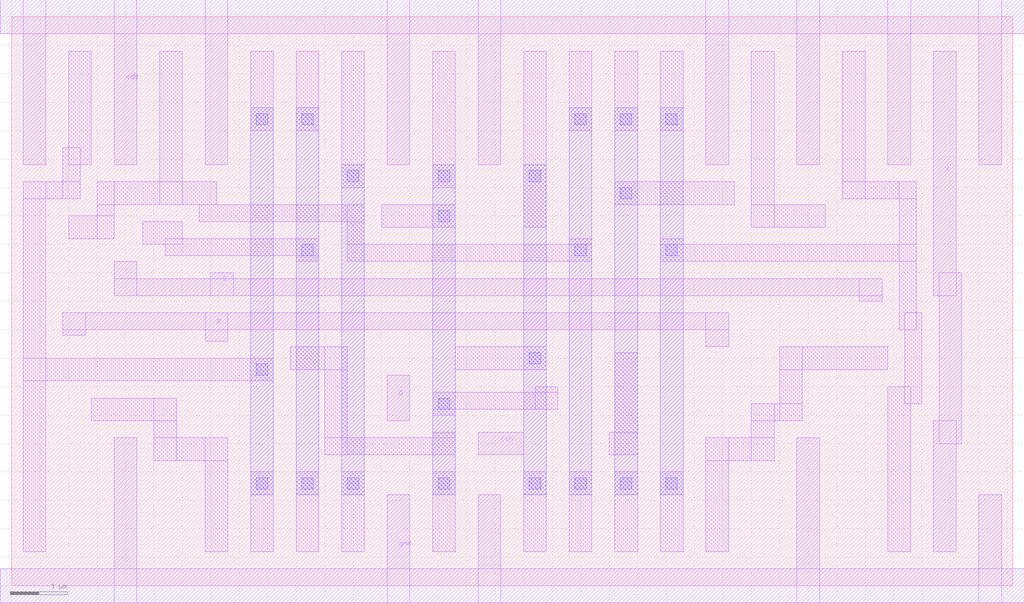
<source format=lef>
VERSION 5.7 ;
BUSBITCHARS "[]" ;
DIVIDERCHAR "/" ;

MACRO AND2X1
  CLASS CORE ;
  ORIGIN 0 0 ;
  FOREIGN AND2X1 0 0 ;
  SIZE 3.2 BY 10 ;
  SYMMETRY X Y ;
  SITE core ;
  PIN A
    DIRECTION INPUT ;
    USE SIGNAL ;
    PORT
      LAYER metal1 ;
        RECT 0.2 3.3 0.6 4.1 ;
    END
  END A
  PIN B
    DIRECTION INPUT ;
    USE SIGNAL ;
    PORT
      LAYER metal1 ;
        RECT 1.3 4.9 1.7 5.7 ;
        RECT 1 5.3 1.7 5.7 ;
    END
  END B
  PIN gnd
    DIRECTION INOUT ;
    USE GROUND ;
    SHAPE ABUTMENT ;
    PORT
      LAYER metal1 ;
        RECT 1.5 -0.3 1.9 2.6 ;
        RECT -0.2 -0.3 3.4 0.3 ;
    END
  END gnd
  PIN Y
    DIRECTION OUTPUT ;
    USE SIGNAL ;
    PORT
      LAYER metal1 ;
        RECT 2.6 6.3 3 6.7 ;
        RECT 2.6 7.4 3 9.4 ;
        RECT 2.7 1.6 3 9.4 ;
        RECT 2.3 0.6 2.7 1.9 ;
    END
  END Y
  PIN vdd
    DIRECTION INOUT ;
    USE POWER ;
    SHAPE ABUTMENT ;
    PORT
      LAYER metal1 ;
        RECT 0.2 7.4 0.6 10.3 ;
        RECT -0.2 9.7 3.4 10.3 ;
        RECT 1.8 7.4 2.2 10.3 ;
    END
  END vdd
  OBS
    LAYER metal1 ;
      RECT 0.2 0.6 0.6 2.6 ;
      RECT 0.3 2.6 1.2 2.9 ;
      RECT 0.9 2.6 1.2 3.3 ;
      RECT 2 2.9 2.4 3.3 ;
      RECT 0.9 3 2.4 3.3 ;
      RECT 2 2.9 2.3 7.1 ;
      RECT 1.1 6.8 2.3 7.1 ;
      RECT 1.1 6.8 1.4 9.4 ;
      RECT 1 7.4 1.4 9.4 ;
  END
END AND2X1

MACRO AND2X2
  CLASS CORE ;
  ORIGIN 0 0 ;
  FOREIGN AND2X2 0 0 ;
  SIZE 3.2 BY 10 ;
  SYMMETRY X Y ;
  SITE core ;
  PIN A
    DIRECTION INPUT ;
    USE SIGNAL ;
    PORT
      LAYER metal1 ;
        RECT 0.2 3.3 0.6 4.1 ;
    END
  END A
  PIN B
    DIRECTION INPUT ;
    USE SIGNAL ;
    PORT
      LAYER metal1 ;
        RECT 1.1 3.6 1.4 4.7 ;
        RECT 1.2 3.5 1.6 3.9 ;
        RECT 1 4.3 1.4 4.7 ;
    END
  END B
  PIN gnd
    DIRECTION INOUT ;
    USE GROUND ;
    SHAPE ABUTMENT ;
    PORT
      LAYER metal1 ;
        RECT 1.5 -0.3 1.9 2.5 ;
        RECT -0.2 -0.3 3.4 0.3 ;
    END
  END gnd
  PIN Y
    DIRECTION OUTPUT ;
    USE SIGNAL ;
    PORT
      LAYER metal1 ;
        RECT 2.6 4.3 3 4.7 ;
        RECT 2.6 5.4 3 9.4 ;
        RECT 2.7 2.1 3 9.4 ;
        RECT 2.3 0.6 2.7 2.6 ;
    END
  END Y
  PIN vdd
    DIRECTION INOUT ;
    USE POWER ;
    SHAPE ABUTMENT ;
    PORT
      LAYER metal1 ;
        RECT 0.2 7.4 0.6 10.3 ;
        RECT -0.2 9.7 3.4 10.3 ;
        RECT 1.8 5.6 2.2 10.3 ;
    END
  END vdd
  OBS
    LAYER metal1 ;
      RECT 0.2 0.6 0.6 2.6 ;
      RECT 0.3 0.6 0.6 3 ;
      RECT 0.3 2.7 1.2 3 ;
      RECT 0.9 2.9 2.4 3.2 ;
      RECT 2 2.9 2.4 3.3 ;
      RECT 2 2.9 2.3 5.3 ;
      RECT 1.1 5 2.3 5.3 ;
      RECT 1.1 5 1.4 9.4 ;
      RECT 1 7.4 1.4 9.4 ;
  END
END AND2X2

MACRO AOI21X1
  CLASS CORE ;
  ORIGIN 0 0 ;
  FOREIGN AOI21X1 0 0 ;
  SIZE 3.2 BY 10 ;
  SYMMETRY X Y ;
  SITE core ;
  PIN A
    DIRECTION INPUT ;
    USE SIGNAL ;
    PORT
      LAYER metal1 ;
        RECT 0.2 4.3 0.6 4.7 ;
        RECT 0.6 4.4 1 4.9 ;
    END
  END A
  PIN B
    DIRECTION INPUT ;
    USE SIGNAL ;
    PORT
      LAYER metal1 ;
        RECT 1 3.3 1.4 4.1 ;
    END
  END B
  PIN C
    DIRECTION INPUT ;
    USE SIGNAL ;
    PORT
      LAYER metal1 ;
        RECT 2.5 1.9 2.9 2.3 ;
        RECT 2.6 2.3 3 2.7 ;
    END
  END C
  PIN gnd
    DIRECTION INOUT ;
    USE GROUND ;
    SHAPE ABUTMENT ;
    PORT
      LAYER metal1 ;
        RECT 0.5 -0.3 0.9 2.6 ;
        RECT -0.2 -0.3 3.4 0.3 ;
        RECT 2.6 -0.3 3 1.6 ;
    END
  END gnd
  PIN Y
    DIRECTION OUTPUT ;
    USE SIGNAL ;
    PORT
      LAYER metal1 ;
        RECT 1.8 0.6 2.1 4.7 ;
        RECT 2.6 5.4 3 9.4 ;
        RECT 1.8 4.4 3 4.7 ;
        RECT 2.6 4.3 3 4.7 ;
        RECT 2.6 4.3 2.9 9.4 ;
        RECT 1.8 0.6 2.2 2.6 ;
    END
  END Y
  PIN vdd
    DIRECTION INOUT ;
    USE POWER ;
    SHAPE ABUTMENT ;
    PORT
      LAYER metal1 ;
        RECT 1 6 1.4 10.3 ;
        RECT -0.2 9.7 3.4 10.3 ;
    END
  END vdd
  OBS
    LAYER metal1 ;
      RECT 0.2 5.4 2.2 5.7 ;
      RECT 0.2 5.4 0.6 9.4 ;
      RECT 1.8 5.4 2.2 9.4 ;
  END
END AOI21X1

MACRO AOI22X1
  CLASS CORE ;
  ORIGIN 0 0 ;
  FOREIGN AOI22X1 0 0 ;
  SIZE 4 BY 10 ;
  SYMMETRY X Y ;
  SITE core ;
  PIN A
    DIRECTION INPUT ;
    USE SIGNAL ;
    PORT
      LAYER metal1 ;
        RECT 0.2 4.3 0.6 4.7 ;
        RECT 0.6 4.4 1 4.9 ;
    END
  END A
  PIN B
    DIRECTION INPUT ;
    USE SIGNAL ;
    PORT
      LAYER metal1 ;
        RECT 1 3.3 1.4 4.1 ;
    END
  END B
  PIN C
    DIRECTION INPUT ;
    USE SIGNAL ;
    PORT
      LAYER metal1 ;
        RECT 3.4 4.3 3.8 5.1 ;
    END
  END C
  PIN D
    DIRECTION INPUT ;
    USE SIGNAL ;
    PORT
      LAYER metal1 ;
        RECT 2.6 3.3 2.9 4.3 ;
        RECT 2.6 3.3 3 3.7 ;
        RECT 2.5 3.9 2.9 4.3 ;
    END
  END D
  PIN gnd
    DIRECTION INOUT ;
    USE GROUND ;
    SHAPE ABUTMENT ;
    PORT
      LAYER metal1 ;
        RECT 0.4 -0.3 0.8 2.6 ;
        RECT -0.2 -0.3 4.2 0.3 ;
        RECT 3.4 -0.3 3.8 2.6 ;
    END
  END gnd
  PIN Y
    DIRECTION OUTPUT ;
    USE SIGNAL ;
    PORT
      LAYER metal1 ;
        RECT 1.8 4.3 2.2 4.7 ;
        RECT 2.6 5.4 3 8.8 ;
        RECT 2.6 4.8 2.9 8.8 ;
        RECT 1.9 4.8 2.9 5.1 ;
        RECT 1.7 0.6 2.5 2.6 ;
        RECT 1.9 0.6 2.2 5.1 ;
    END
  END Y
  PIN vdd
    DIRECTION INOUT ;
    USE POWER ;
    SHAPE ABUTMENT ;
    PORT
      LAYER metal1 ;
        RECT 1 6 1.4 10.3 ;
        RECT -0.2 9.7 4.2 10.3 ;
    END
  END vdd
  OBS
    LAYER metal1 ;
      RECT 0.2 5.4 2.2 5.7 ;
      RECT 1.8 5.4 2.2 9.4 ;
      RECT 0.2 5.4 0.6 9.4 ;
      RECT 3.4 5.4 3.8 9.4 ;
      RECT 1.8 9.1 3.8 9.4 ;
  END
END AOI22X1

MACRO BUFX2
  CLASS CORE ;
  ORIGIN 0 0 ;
  FOREIGN BUFX2 0 0 ;
  SIZE 2.4 BY 10 ;
  SYMMETRY X Y ;
  SITE core ;
  PIN A
    DIRECTION INPUT ;
    USE SIGNAL ;
    PORT
      LAYER metal1 ;
        RECT 0.2 3.9 0.6 4.7 ;
    END
  END A
  PIN gnd
    DIRECTION INOUT ;
    USE GROUND ;
    SHAPE ABUTMENT ;
    PORT
      LAYER metal1 ;
        RECT 1 -0.3 1.4 2.6 ;
        RECT -0.2 -0.3 2.6 0.3 ;
    END
  END gnd
  PIN Y
    DIRECTION OUTPUT ;
    USE SIGNAL ;
    PORT
      LAYER metal1 ;
        RECT 1.8 0.6 2.2 4.3 ;
        RECT 1.8 5.4 2.2 9.4 ;
        RECT 1.9 0.6 2.2 9.4 ;
    END
  END Y
  PIN vdd
    DIRECTION INOUT ;
    USE POWER ;
    SHAPE ABUTMENT ;
    PORT
      LAYER metal1 ;
        RECT 1 6 1.4 10.3 ;
        RECT -0.2 9.7 2.6 10.3 ;
    END
  END vdd
  OBS
    LAYER metal1 ;
      RECT 0.2 0.6 0.6 3.2 ;
      RECT 0.2 2.9 1.3 3.2 ;
      RECT 1 4.7 1.6 5.1 ;
      RECT 1 2.9 1.3 5.7 ;
      RECT 0.2 5.4 1.3 5.7 ;
      RECT 0.2 5.4 0.6 9.4 ;
  END
END BUFX2

MACRO BUFX4
  CLASS CORE ;
  ORIGIN 0 0 ;
  FOREIGN BUFX4 0 0 ;
  SIZE 3.2 BY 10 ;
  SYMMETRY X Y ;
  SITE core ;
  PIN A
    DIRECTION INPUT ;
    USE SIGNAL ;
    PORT
      LAYER metal1 ;
        RECT 0.3 3.9 0.7 4.7 ;
        RECT 0.2 4.3 0.7 4.7 ;
    END
  END A
  PIN gnd
    DIRECTION INOUT ;
    USE GROUND ;
    SHAPE ABUTMENT ;
    PORT
      LAYER metal1 ;
        RECT 1 -0.3 1.4 2.6 ;
        RECT -0.2 -0.3 3.4 0.3 ;
        RECT 2.6 -0.3 3 2.6 ;
    END
  END gnd
  PIN Y
    DIRECTION OUTPUT ;
    USE SIGNAL ;
    PORT
      LAYER metal1 ;
        RECT 1.8 0.6 2.2 2.6 ;
        RECT 2 2.3 2.3 5.9 ;
        RECT 1.8 5.4 2.2 9.4 ;
        RECT 1.8 3.3 2.3 3.7 ;
    END
  END Y
  PIN vdd
    DIRECTION INOUT ;
    USE POWER ;
    SHAPE ABUTMENT ;
    PORT
      LAYER metal1 ;
        RECT 1 6 1.4 10.3 ;
        RECT -0.2 9.7 3.4 10.3 ;
        RECT 2.6 5.4 3 10.3 ;
    END
  END vdd
  OBS
    LAYER metal1 ;
      RECT 0.2 0.6 0.6 3.2 ;
      RECT 0.2 2.9 1.5 3.2 ;
      RECT 1.2 4 1.7 4.4 ;
      RECT 1.2 2.9 1.5 5.7 ;
      RECT 0.2 5.4 1.5 5.7 ;
      RECT 0.2 5.4 0.6 9.4 ;
  END
END BUFX4

MACRO CLKBUF1
  CLASS CORE ;
  ORIGIN 0 0 ;
  FOREIGN CLKBUF1 0 0 ;
  SIZE 7.2 BY 10 ;
  SYMMETRY X Y ;
  SITE core ;
  PIN A
    DIRECTION INPUT ;
    USE SIGNAL ;
    PORT
      LAYER metal1 ;
        RECT 0.2 3.3 0.6 4 ;
        RECT 0.2 3.6 1.1 4 ;
    END
  END A
  PIN gnd
    DIRECTION INOUT ;
    USE GROUND ;
    SHAPE ABUTMENT ;
    PORT
      LAYER metal1 ;
        RECT 0.2 -0.3 0.6 2.6 ;
        RECT -0.2 -0.3 7.4 0.3 ;
        RECT 6.6 -0.3 7 2.6 ;
        RECT 5 -0.3 5.4 2.6 ;
        RECT 3.4 -0.3 3.8 2.6 ;
        RECT 1.8 -0.3 2.2 2.6 ;
    END
  END gnd
  PIN Y
    DIRECTION OUTPUT ;
    USE SIGNAL ;
    PORT
      LAYER metal1 ;
        RECT 5.8 0.6 6.2 3.3 ;
        RECT 5.8 4.7 7 5.1 ;
        RECT 6.6 2.9 7 5.1 ;
        RECT 5.8 2.9 7 3.3 ;
        RECT 5.8 4.7 6.2 9.4 ;
    END
  END Y
  PIN vdd
    DIRECTION INOUT ;
    USE POWER ;
    SHAPE ABUTMENT ;
    PORT
      LAYER metal1 ;
        RECT 0.2 5.4 0.6 10.3 ;
        RECT -0.2 9.7 7.4 10.3 ;
        RECT 6.6 5.4 7 10.3 ;
        RECT 5 5.4 5.4 10.3 ;
        RECT 3.4 5.4 3.8 10.3 ;
        RECT 1.8 5.4 2.2 10.3 ;
    END
  END vdd
  OBS
    LAYER metal1 ;
      RECT 1 0.6 1.4 3.3 ;
      RECT 1 2.9 1.9 3.3 ;
      RECT 1.5 3.6 2.8 4 ;
      RECT 1.5 2.9 1.9 5.1 ;
      RECT 1 4.7 1.9 5.1 ;
      RECT 1 4.7 1.4 9.4 ;
      RECT 2.6 0.6 3 3.3 ;
      RECT 2.6 2.9 3.7 3.3 ;
      RECT 3.3 3.6 4.5 4 ;
      RECT 3.3 2.9 3.7 5.1 ;
      RECT 2.6 4.7 3.7 5.1 ;
      RECT 2.6 4.7 3 9.4 ;
      RECT 4.2 0.6 4.6 3.3 ;
      RECT 4.2 2.9 5.3 3.3 ;
      RECT 4.9 3.6 6.2 4 ;
      RECT 4.9 2.9 5.3 5.1 ;
      RECT 4.2 4.7 5.3 5.1 ;
      RECT 4.2 4.7 4.6 9.4 ;
  END
END CLKBUF1

MACRO CLKBUF2
  CLASS CORE ;
  ORIGIN 0 0 ;
  FOREIGN CLKBUF2 0 0 ;
  SIZE 10.4 BY 10 ;
  SYMMETRY X Y ;
  SITE core ;
  PIN A
    DIRECTION INPUT ;
    USE SIGNAL ;
    PORT
      LAYER metal1 ;
        RECT 0.2 3.3 0.6 4 ;
        RECT 0.2 3.6 1.1 4 ;
    END
  END A
  PIN gnd
    DIRECTION INOUT ;
    USE GROUND ;
    SHAPE ABUTMENT ;
    PORT
      LAYER metal1 ;
        RECT 0.2 -0.3 0.6 2.6 ;
        RECT -0.2 -0.3 10.6 0.3 ;
        RECT 9.8 -0.3 10.2 2.6 ;
        RECT 8.2 -0.3 8.6 2.6 ;
        RECT 6.6 -0.3 7 2.6 ;
        RECT 5 -0.3 5.4 2.6 ;
        RECT 3.4 -0.3 3.8 2.6 ;
        RECT 1.8 -0.3 2.2 2.6 ;
    END
  END gnd
  PIN Y
    DIRECTION OUTPUT ;
    USE SIGNAL ;
    PORT
      LAYER metal1 ;
        RECT 9 0.6 9.4 3.3 ;
        RECT 9 4.7 10.2 5.1 ;
        RECT 9.8 2.9 10.2 5.1 ;
        RECT 9 2.9 10.2 3.3 ;
        RECT 9 4.7 9.4 9.4 ;
    END
  END Y
  PIN vdd
    DIRECTION INOUT ;
    USE POWER ;
    SHAPE ABUTMENT ;
    PORT
      LAYER metal1 ;
        RECT 0.2 5.4 0.6 10.3 ;
        RECT -0.2 9.7 10.6 10.3 ;
        RECT 9.8 5.4 10.2 10.3 ;
        RECT 8.2 5.4 8.6 10.3 ;
        RECT 6.6 5.4 7 10.3 ;
        RECT 5 5.4 5.4 10.3 ;
        RECT 3.4 5.4 3.8 10.3 ;
        RECT 1.8 5.4 2.2 10.3 ;
    END
  END vdd
  OBS
    LAYER metal1 ;
      RECT 1 0.6 1.4 3.3 ;
      RECT 1 2.9 1.9 3.3 ;
      RECT 1.5 3.6 2.8 4 ;
      RECT 1.5 2.9 1.9 5.1 ;
      RECT 1 4.7 1.9 5.1 ;
      RECT 1 4.7 1.4 9.4 ;
      RECT 2.6 0.6 3 3.3 ;
      RECT 2.6 2.9 3.7 3.3 ;
      RECT 3.3 3.6 4.5 4 ;
      RECT 3.3 2.9 3.7 5.1 ;
      RECT 2.6 4.7 3.7 5.1 ;
      RECT 2.6 4.7 3 9.4 ;
      RECT 4.2 0.6 4.6 3.3 ;
      RECT 4.2 2.9 5.3 3.3 ;
      RECT 4.9 3.6 6.2 4 ;
      RECT 4.9 2.9 5.3 5.1 ;
      RECT 4.2 4.7 5.3 5.1 ;
      RECT 4.2 4.7 4.6 9.4 ;
      RECT 5.8 0.6 6.2 3.3 ;
      RECT 5.8 2.9 7 3.3 ;
      RECT 6.6 3.6 7.5 4 ;
      RECT 6.6 2.9 7 5.1 ;
      RECT 5.8 4.7 7 5.1 ;
      RECT 5.8 4.7 6.2 9.4 ;
      RECT 7.4 0.6 7.8 3.3 ;
      RECT 7.4 2.9 8.3 3.3 ;
      RECT 7.9 3.6 9.2 4 ;
      RECT 7.9 2.9 8.3 5.1 ;
      RECT 7.4 4.7 8.3 5.1 ;
      RECT 7.4 4.7 7.8 9.4 ;
  END
END CLKBUF2

MACRO CLKBUF3
  CLASS CORE ;
  ORIGIN 0 0 ;
  FOREIGN CLKBUF3 0 0 ;
  SIZE 13.6 BY 10 ;
  SYMMETRY X Y ;
  SITE core ;
  PIN A
    DIRECTION INPUT ;
    USE SIGNAL ;
    PORT
      LAYER metal1 ;
        RECT 0.2 3.3 0.6 4 ;
        RECT 0.2 3.6 1.1 4 ;
    END
  END A
  PIN gnd
    DIRECTION INOUT ;
    USE GROUND ;
    SHAPE ABUTMENT ;
    PORT
      LAYER metal1 ;
        RECT 0.2 -0.3 0.6 2.6 ;
        RECT -0.2 -0.3 13.8 0.3 ;
        RECT 13 -0.3 13.4 2.6 ;
        RECT 11.4 -0.3 11.8 2.6 ;
        RECT 9.8 -0.3 10.2 2.6 ;
        RECT 8.2 -0.3 8.6 2.6 ;
        RECT 6.6 -0.3 7 2.6 ;
        RECT 5 -0.3 5.4 2.6 ;
        RECT 3.4 -0.3 3.8 2.6 ;
        RECT 1.8 -0.3 2.2 2.6 ;
    END
  END gnd
  PIN Y
    DIRECTION OUTPUT ;
    USE SIGNAL ;
    PORT
      LAYER metal1 ;
        RECT 12.2 0.6 12.6 3.3 ;
        RECT 12.2 4.7 13.4 5.1 ;
        RECT 13 2.9 13.4 5.1 ;
        RECT 12.2 2.9 13.4 3.3 ;
        RECT 12.2 4.7 12.6 9.4 ;
    END
  END Y
  PIN vdd
    DIRECTION INOUT ;
    USE POWER ;
    SHAPE ABUTMENT ;
    PORT
      LAYER metal1 ;
        RECT 0.2 5.4 0.6 10.3 ;
        RECT -0.2 9.7 13.8 10.3 ;
        RECT 13 5.4 13.4 10.3 ;
        RECT 11.4 5.4 11.8 10.3 ;
        RECT 9.8 5.4 10.2 10.3 ;
        RECT 8.2 5.4 8.6 10.3 ;
        RECT 6.6 5.4 7 10.3 ;
        RECT 5 5.4 5.4 10.3 ;
        RECT 3.4 5.4 3.8 10.3 ;
        RECT 1.8 5.4 2.2 10.3 ;
    END
  END vdd
  OBS
    LAYER metal1 ;
      RECT 1 0.6 1.4 3.3 ;
      RECT 1 2.9 1.9 3.3 ;
      RECT 1.5 3.6 2.8 4 ;
      RECT 1.5 2.9 1.9 5.1 ;
      RECT 1 4.7 1.9 5.1 ;
      RECT 1 4.7 1.4 9.4 ;
      RECT 2.6 0.6 3 3.3 ;
      RECT 2.6 2.9 3.7 3.3 ;
      RECT 3.3 3.6 4.5 4 ;
      RECT 3.3 2.9 3.7 5.1 ;
      RECT 2.6 4.7 3.7 5.1 ;
      RECT 2.6 4.7 3 9.4 ;
      RECT 4.2 0.6 4.6 3.3 ;
      RECT 4.2 2.9 5.3 3.3 ;
      RECT 4.9 3.6 6.2 4 ;
      RECT 4.9 2.9 5.3 5.1 ;
      RECT 4.2 4.7 5.3 5.1 ;
      RECT 4.2 4.7 4.6 9.4 ;
      RECT 5.8 0.6 6.2 3.3 ;
      RECT 5.8 2.9 7 3.3 ;
      RECT 6.6 3.6 7.5 4 ;
      RECT 6.6 2.9 7 5.1 ;
      RECT 5.8 4.7 7 5.1 ;
      RECT 5.8 4.7 6.2 9.4 ;
      RECT 7.4 0.6 7.8 3.3 ;
      RECT 7.4 2.9 8.3 3.3 ;
      RECT 7.9 3.6 9.2 4 ;
      RECT 7.9 2.9 8.3 5.1 ;
      RECT 7.4 4.7 8.3 5.1 ;
      RECT 7.4 4.7 7.8 9.4 ;
      RECT 9 0.6 9.4 3.3 ;
      RECT 9 2.9 10.1 3.3 ;
      RECT 9.7 3.6 10.9 4 ;
      RECT 9.7 2.9 10.1 5.1 ;
      RECT 9 4.7 10.1 5.1 ;
      RECT 9 4.7 9.4 9.4 ;
      RECT 10.6 0.6 11 3.3 ;
      RECT 10.6 2.9 11.7 3.3 ;
      RECT 11.3 3.6 12.6 4 ;
      RECT 11.3 2.9 11.7 5.1 ;
      RECT 10.6 4.7 11.7 5.1 ;
      RECT 10.6 4.7 11 9.4 ;
  END
END CLKBUF3

MACRO DFFNEGX1
  CLASS CORE ;
  ORIGIN 0 0 ;
  FOREIGN DFFNEGX1 0 0 ;
  SIZE 9.6 BY 10 ;
  SYMMETRY X Y ;
  SITE core ;
  PIN Q
    DIRECTION OUTPUT ;
    USE SIGNAL ;
    PORT
      LAYER metal1 ;
        RECT 7.3 4.7 7.7 5.1 ;
        RECT 9 0.6 9.4 9.4 ;
        RECT 7.3 4.8 9.4 5.1 ;
        RECT 7.5 2.8 9.4 3.1 ;
        RECT 7.5 2.7 7.9 3.1 ;
    END
  END Q
  PIN CLK
    DIRECTION INPUT ;
    USE CLOCK ;
    PORT
      LAYER metal2 ;
        RECT 2.6 3.4 3 6.7 ;
      LAYER via ;
        RECT 2.7 6.4 2.9 6.6 ;
        RECT 2.7 3.5 2.9 3.7 ;
      LAYER metal1 ;
        RECT 2.6 6.3 3 6.7 ;
        RECT 0.6 3.4 6.4 3.7 ;
        RECT 6 3.3 6.4 3.7 ;
        RECT 2.6 3.4 3 3.8 ;
        RECT 2.1 2.3 2.5 2.7 ;
        RECT 2 2.7 2.4 3.7 ;
        RECT 0.6 3.3 1.4 3.7 ;
        RECT 2.7 6.7 3.1 7.1 ;
    END
  END CLK
  PIN D
    DIRECTION INPUT ;
    USE SIGNAL ;
    PORT
      LAYER metal1 ;
        RECT 1.4 4.2 1.8 4.6 ;
        RECT 3.4 4.3 3.8 4.7 ;
        RECT 1.4 4.3 3.8 4.6 ;
    END
  END D
  PIN gnd
    DIRECTION INOUT ;
    USE GROUND ;
    SHAPE ABUTMENT ;
    PORT
      LAYER metal1 ;
        RECT 1 -0.3 1.4 2.6 ;
        RECT -0.2 -0.3 9.8 0.3 ;
        RECT 8.2 -0.3 8.6 2.5 ;
        RECT 5.4 -0.3 5.8 1.6 ;
        RECT 3.7 -0.3 4.2 1.6 ;
    END
  END gnd
  PIN vdd
    DIRECTION INOUT ;
    USE POWER ;
    SHAPE ABUTMENT ;
    PORT
      LAYER metal1 ;
        RECT 1 5.5 1.4 10.3 ;
        RECT -0.2 9.7 9.8 10.3 ;
        RECT 8.2 5.4 8.6 10.3 ;
        RECT 5.4 7.4 5.8 10.3 ;
        RECT 3.8 7.4 4.2 10.3 ;
    END
  END vdd
  OBS
    LAYER metal2 ;
      RECT 0.2 2.6 0.6 5.4 ;
      RECT 1.8 1.6 2.2 5 ;
      RECT 1.8 1.6 2.1 7.4 ;
      RECT 1.8 5.4 2.2 7.4 ;
      RECT 6.6 1.6 7 5.7 ;
      RECT 6.6 1.6 6.9 7.4 ;
      RECT 6.6 6.1 7 7.4 ;
    LAYER metal1 ;
      RECT 0.2 0.6 0.6 3 ;
      RECT 1.8 7 2.2 7.7 ;
      RECT 1.8 7.4 2.8 7.7 ;
      RECT 2.4 7.4 2.8 9.4 ;
      RECT 2.4 0.6 2.8 1.6 ;
      RECT 1.8 1.3 2.8 1.6 ;
      RECT 1.8 1.3 2.2 2 ;
      RECT 1.8 5.7 4.5 6 ;
      RECT 1.8 5.7 2.2 6.1 ;
      RECT 4.1 5.7 4.5 6.1 ;
      RECT 4.6 0.6 5 1.6 ;
      RECT 4.6 0.6 4.9 2.2 ;
      RECT 3.5 1.9 4.9 2.2 ;
      RECT 3.5 1.9 3.9 2.3 ;
      RECT 3.5 6.7 3.9 7.1 ;
      RECT 4.9 6.7 5.3 7.1 ;
      RECT 3.5 6.8 5.3 7.1 ;
      RECT 4.6 6.8 4.9 9.4 ;
      RECT 4.6 7.4 5 9.4 ;
      RECT 6.6 7 7 7.4 ;
      RECT 6.7 7.4 7.3 9.4 ;
      RECT 0.2 4.9 2.5 5.2 ;
      RECT 2.1 5.1 5.7 5.4 ;
      RECT 5.4 5.1 5.7 6.1 ;
      RECT 5.4 5.7 7.3 6 ;
      RECT 5.4 5.7 5.9 6.1 ;
      RECT 6.9 5.7 7.3 6.1 ;
      RECT 0.2 4.9 0.6 9.4 ;
      RECT 6.7 0.6 7.3 1.6 ;
      RECT 6.6 1.3 7 2 ;
      RECT 6.6 4 7 4.4 ;
      RECT 6.6 4.1 8.5 4.4 ;
      RECT 8.1 4.1 8.5 4.5 ;
    LAYER via ;
      RECT 0.3 5.1 0.5 5.3 ;
      RECT 0.3 2.7 0.5 2.9 ;
      RECT 1.9 7.1 2.1 7.3 ;
      RECT 1.9 5.8 2.1 6 ;
      RECT 1.9 1.7 2.1 1.9 ;
      RECT 6.7 7.1 6.9 7.3 ;
      RECT 6.7 4.1 6.9 4.3 ;
      RECT 6.7 1.7 6.9 1.9 ;
  END
END DFFNEGX1

MACRO DFFPOSX1
  CLASS CORE ;
  ORIGIN 0 0 ;
  FOREIGN DFFPOSX1 0 0 ;
  SIZE 9.6 BY 10 ;
  SYMMETRY X Y ;
  SITE core ;
  PIN Q
    DIRECTION OUTPUT ;
    USE SIGNAL ;
    PORT
      LAYER metal1 ;
        RECT 7.3 4.7 7.7 5.1 ;
        RECT 9 0.6 9.4 9.4 ;
        RECT 7.3 4.8 9.4 5.1 ;
        RECT 7.5 2.8 9.4 3.1 ;
        RECT 7.5 2.7 7.9 3.1 ;
    END
  END Q
  PIN CLK
    DIRECTION INPUT ;
    USE CLOCK ;
    PORT
      LAYER metal1 ;
        RECT 0.6 3.3 1.4 3.7 ;
        RECT 6.7 6.1 7.4 6.5 ;
        RECT 6.7 5.3 7 6.5 ;
        RECT 5.8 5.3 7 5.6 ;
        RECT 5.8 3.4 6.1 5.6 ;
        RECT 5.5 3.3 5.9 3.7 ;
        RECT 0.6 3.4 6.1 3.7 ;
        RECT 2.7 1.9 3 3.7 ;
        RECT 2.6 1.9 3 2.3 ;
        RECT 2.1 3.4 2.5 3.8 ;
    END
  END CLK
  PIN D
    DIRECTION INPUT ;
    USE SIGNAL ;
    PORT
      LAYER metal1 ;
        RECT 1.3 4.2 1.7 4.6 ;
        RECT 3.4 4.3 3.8 4.7 ;
        RECT 1.3 4.3 3.8 4.6 ;
    END
  END D
  PIN gnd
    DIRECTION INOUT ;
    USE GROUND ;
    SHAPE ABUTMENT ;
    PORT
      LAYER metal1 ;
        RECT 1 -0.3 1.4 2.6 ;
        RECT -0.2 -0.3 9.8 0.3 ;
        RECT 8.2 -0.3 8.6 2.5 ;
        RECT 5.4 -0.3 5.8 1.6 ;
        RECT 3.7 -0.3 4.2 1.6 ;
    END
  END gnd
  PIN vdd
    DIRECTION INOUT ;
    USE POWER ;
    SHAPE ABUTMENT ;
    PORT
      LAYER metal1 ;
        RECT 1 5.5 1.4 10.3 ;
        RECT -0.2 9.7 9.8 10.3 ;
        RECT 8.2 5.4 8.6 10.3 ;
        RECT 5.4 7.4 5.8 10.3 ;
        RECT 3.8 7.4 4.2 10.3 ;
    END
  END vdd
  OBS
    LAYER metal2 ;
      RECT 0.2 2.6 0.6 5.4 ;
      RECT 1.8 1.6 2.2 7.4 ;
      RECT 6.6 1.6 7 7.4 ;
    LAYER metal1 ;
      RECT 0.2 0.6 0.6 3 ;
      RECT 1.8 7 2.2 7.7 ;
      RECT 1.8 7.4 2.8 7.7 ;
      RECT 2.4 7.4 2.8 9.4 ;
      RECT 2.4 0.6 2.8 1.6 ;
      RECT 1.8 1.3 2.8 1.6 ;
      RECT 1.8 1.3 2.2 2 ;
      RECT 1.8 5.7 4.5 6 ;
      RECT 1.8 5.7 2.2 6.1 ;
      RECT 4.1 5.7 4.5 6.1 ;
      RECT 4.6 0.6 5 1.6 ;
      RECT 4.6 0.6 4.9 2.2 ;
      RECT 3.5 1.9 4.9 2.2 ;
      RECT 3.5 1.9 3.9 2.3 ;
      RECT 3.5 6.7 3.9 7.1 ;
      RECT 4.9 6.7 5.3 7.1 ;
      RECT 3.5 6.8 5.3 7.1 ;
      RECT 4.6 6.8 4.9 9.4 ;
      RECT 4.6 7.4 5 9.4 ;
      RECT 0.2 5 3.1 5.2 ;
      RECT 0.2 4.9 3 5.2 ;
      RECT 2.7 5.1 5.1 5.4 ;
      RECT 4.8 5.1 5.1 6.3 ;
      RECT 5.5 5.9 5.9 6.3 ;
      RECT 4.8 6 5.9 6.3 ;
      RECT 0.2 4.9 0.6 9.4 ;
      RECT 6.6 7 7 7.4 ;
      RECT 6.7 7.4 7.3 9.4 ;
      RECT 6.7 0.6 7.3 1.6 ;
      RECT 6.6 1.3 7 2 ;
      RECT 6.6 4 7 4.4 ;
      RECT 6.6 4.1 8.5 4.4 ;
      RECT 8.1 4.1 8.5 4.5 ;
    LAYER via ;
      RECT 0.3 5.1 0.5 5.3 ;
      RECT 0.3 2.7 0.5 2.9 ;
      RECT 1.9 7.1 2.1 7.3 ;
      RECT 1.9 5.8 2.1 6 ;
      RECT 1.9 1.7 2.1 1.9 ;
      RECT 6.7 7.1 6.9 7.3 ;
      RECT 6.7 4.1 6.9 4.3 ;
      RECT 6.7 1.7 6.9 1.9 ;
  END
END DFFPOSX1

MACRO DFFSR
  CLASS CORE ;
  ORIGIN 0 0 ;
  FOREIGN DFFSR 0 0 ;
  SIZE 17.6 BY 10 ;
  SYMMETRY X Y ;
  SITE core ;
  PIN Q
    DIRECTION OUTPUT ;
    USE SIGNAL ;
    PORT
      LAYER metal1 ;
        RECT 16.2 0.6 16.6 2.9 ;
        RECT 16.3 2.5 16.7 5.5 ;
        RECT 16.2 5.1 16.6 9.4 ;
    END
  END Q
  PIN CLK
    DIRECTION INPUT ;
    USE CLOCK ;
    PORT
      LAYER metal1 ;
        RECT 8.2 2.3 9 2.7 ;
    END
  END CLK
  PIN R
    DIRECTION INPUT ;
    USE SIGNAL ;
    PORT
      LAYER metal1 ;
        RECT 0.9 4.4 1.3 4.8 ;
        RECT 0.9 4.5 12.6 4.8 ;
        RECT 12.2 4.2 12.6 4.8 ;
        RECT 3.4 4.3 3.8 4.8 ;
    END
  END R
  PIN S
    DIRECTION INPUT ;
    USE SIGNAL ;
    PORT
      LAYER metal1 ;
        RECT 1.8 5.1 2.2 5.7 ;
        RECT 1.8 5.1 15.3 5.4 ;
        RECT 14.9 5 15.3 5.4 ;
        RECT 3.5 5.1 3.9 5.5 ;
    END
  END S
  PIN D
    DIRECTION INPUT ;
    USE SIGNAL ;
    PORT
      LAYER metal1 ;
        RECT 6.6 2.9 7 3.7 ;
    END
  END D
  PIN gnd
    DIRECTION INOUT ;
    USE GROUND ;
    SHAPE ABUTMENT ;
    PORT
      LAYER metal1 ;
        RECT 1.8 -0.3 2.2 2.6 ;
        RECT -0.2 -0.3 17.8 0.3 ;
        RECT 17 -0.3 17.4 1.6 ;
        RECT 13.8 -0.3 14.2 2.6 ;
        RECT 8.2 -0.3 8.6 1.6 ;
        RECT 6.6 -0.3 7 1.6 ;
    END
  END gnd
  PIN vdd
    DIRECTION INOUT ;
    USE POWER ;
    SHAPE ABUTMENT ;
    PORT
      LAYER metal1 ;
        RECT 0.2 7.4 0.6 10.3 ;
        RECT -0.2 9.7 17.8 10.3 ;
        RECT 17 7.4 17.4 10.3 ;
        RECT 15.4 7.4 15.8 10.3 ;
        RECT 13.8 7.4 14.2 10.3 ;
        RECT 12.2 7.4 12.6 10.3 ;
        RECT 8.2 7.4 8.6 10.3 ;
        RECT 6.6 7.4 7 10.3 ;
        RECT 3.4 7.4 3.8 10.3 ;
        RECT 1.8 7.4 2.2 10.3 ;
    END
  END vdd
  OBS
    LAYER metal2 ;
      RECT 4.2 1.6 4.6 8.4 ;
      RECT 5 1.6 5.4 8.4 ;
      RECT 5.8 1.6 6.2 7.4 ;
      RECT 7.4 1.6 7.8 7.4 ;
      RECT 9 1.6 9.4 7.4 ;
      RECT 9.8 1.6 10.2 8.4 ;
      RECT 10.6 1.6 11 8.4 ;
      RECT 11.4 1.6 11.8 8.4 ;
    LAYER metal1 ;
      RECT 3.4 0.6 3.8 2.6 ;
      RECT 2.5 2.2 3.8 2.6 ;
      RECT 2.5 2.2 2.9 3.3 ;
      RECT 1.4 2.9 2.9 3.3 ;
      RECT 4.2 8 4.6 9.4 ;
      RECT 0.2 3.6 4.6 4 ;
      RECT 0.2 0.6 0.6 7.1 ;
      RECT 0.2 6.8 1.2 7.1 ;
      RECT 0.9 6.8 1.2 7.7 ;
      RECT 1 7.4 1.4 9.4 ;
      RECT 4.2 0.6 4.6 2 ;
      RECT 5 8 5.4 9.4 ;
      RECT 2.7 5.8 5.4 6.1 ;
      RECT 5 5.7 5.4 6.1 ;
      RECT 2.3 6 3 6.4 ;
      RECT 5 0.6 5.4 2 ;
      RECT 5.8 7 6.2 9.4 ;
      RECT 5.8 0.6 6.2 2 ;
      RECT 7.4 7 7.8 9.4 ;
      RECT 6.5 6.3 7.8 6.7 ;
      RECT 5.5 2.3 7.8 2.6 ;
      RECT 7.4 2.3 7.8 2.7 ;
      RECT 5.5 2.3 5.9 4.2 ;
      RECT 4.9 3.8 5.9 4.2 ;
      RECT 7.4 0.6 7.8 2 ;
      RECT 9 6.3 9.4 9.4 ;
      RECT 7.8 3.8 9.4 4.2 ;
      RECT 9 0.6 9.4 2 ;
      RECT 7.4 3 7.8 3.4 ;
      RECT 7.4 3.1 9.6 3.4 ;
      RECT 9.2 3.1 9.6 3.5 ;
      RECT 9.8 8 10.2 9.4 ;
      RECT 5.9 5.7 10.2 6 ;
      RECT 9.8 5.7 10.2 6.1 ;
      RECT 1 6.1 1.8 6.5 ;
      RECT 1.5 6.1 1.8 7.1 ;
      RECT 3.3 6.4 6.2 6.7 ;
      RECT 5.9 5.7 6.2 6.7 ;
      RECT 1.5 6.7 3.6 7.1 ;
      RECT 2.6 6.7 3 9.4 ;
      RECT 9.8 0.6 10.2 2 ;
      RECT 10.6 8 11 9.4 ;
      RECT 10.5 2.3 11 2.7 ;
      RECT 10.6 2.3 11 4.1 ;
      RECT 10.6 0.6 11 2 ;
      RECT 11.4 8 11.8 9.4 ;
      RECT 11.4 0.6 11.8 2 ;
      RECT 10.6 6.7 12.7 7.1 ;
      RECT 13 6.3 14.3 6.7 ;
      RECT 13 6.3 13.4 9.4 ;
      RECT 12.2 0.6 12.6 2.6 ;
      RECT 12.2 2.2 13.4 2.6 ;
      RECT 13 2.2 13.4 3.2 ;
      RECT 13 2.9 13.9 3.2 ;
      RECT 13.5 2.9 13.9 4.2 ;
      RECT 13.5 3.8 15.4 4.2 ;
      RECT 15.4 0.6 15.8 3.5 ;
      RECT 15.7 3.2 16 4.8 ;
      RECT 11.4 5.7 15.9 6 ;
      RECT 11.4 5.7 11.8 6.1 ;
      RECT 15.6 4.5 15.9 7.1 ;
      RECT 14.6 6.8 15.9 7.1 ;
      RECT 14.6 6.8 15 9.4 ;
    LAYER via ;
      RECT 4.3 8.1 4.5 8.3 ;
      RECT 4.3 3.7 4.5 3.9 ;
      RECT 4.3 1.7 4.5 1.9 ;
      RECT 5.1 8.1 5.3 8.3 ;
      RECT 5.1 5.8 5.3 6 ;
      RECT 5.1 1.7 5.3 1.9 ;
      RECT 5.9 7.1 6.1 7.3 ;
      RECT 5.9 1.7 6.1 1.9 ;
      RECT 7.5 7.1 7.7 7.3 ;
      RECT 7.5 6.4 7.7 6.6 ;
      RECT 7.5 3.1 7.7 3.3 ;
      RECT 7.5 1.7 7.7 1.9 ;
      RECT 9.1 7.1 9.3 7.3 ;
      RECT 9.1 3.9 9.3 4.1 ;
      RECT 9.1 1.7 9.3 1.9 ;
      RECT 9.9 8.1 10.1 8.3 ;
      RECT 9.9 5.8 10.1 6 ;
      RECT 9.9 1.7 10.1 1.9 ;
      RECT 10.7 8.1 10.9 8.3 ;
      RECT 10.7 6.8 10.9 7 ;
      RECT 10.7 1.7 10.9 1.9 ;
      RECT 11.5 8.1 11.7 8.3 ;
      RECT 11.5 5.8 11.7 6 ;
      RECT 11.5 1.7 11.7 1.9 ;
  END
END DFFSR

MACRO FAX1
  CLASS CORE ;
  ORIGIN 0 0 ;
  FOREIGN FAX1 0 0 ;
  SIZE 12 BY 10 ;
  SYMMETRY X Y ;
  SITE core ;
  PIN YC
    DIRECTION OUTPUT ;
    USE SIGNAL ;
    PORT
      LAYER metal1 ;
        RECT 11.4 0.6 11.8 1.6 ;
        RECT 11.4 7.4 11.8 9.4 ;
        RECT 11.5 0.6 11.8 9.4 ;
        RECT 11.4 3.3 11.8 3.7 ;
    END
  END YC
  PIN YS
    DIRECTION OUTPUT ;
    USE SIGNAL ;
    PORT
      LAYER metal1 ;
        RECT 9.8 0.6 10.2 1.6 ;
        RECT 10.4 2.3 11 2.7 ;
        RECT 9.7 4.6 10.7 4.9 ;
        RECT 10.4 1.9 10.7 4.9 ;
        RECT 9.9 1.9 10.7 2.2 ;
        RECT 9.8 7.4 10.2 9.4 ;
        RECT 9.9 0.6 10.2 2.2 ;
        RECT 9.7 4.6 10 7.7 ;
    END
  END YS
  PIN A
    DIRECTION INPUT ;
    USE SIGNAL ;
    PORT
      LAYER metal1 ;
        RECT 0.3 3 1 3.3 ;
        RECT 8.9 3.4 9.3 3.8 ;
        RECT 8.9 2.8 9.2 3.8 ;
        RECT 3.7 2.8 9.2 3.1 ;
        RECT 0.3 3 4.1 3.2 ;
        RECT 0.6 2.9 9.2 3.1 ;
        RECT 0.2 3.3 0.6 3.7 ;
    END
  END A
  PIN B
    DIRECTION INPUT ;
    USE SIGNAL ;
    PORT
      LAYER metal1 ;
        RECT 1.1 3.6 1.4 4.7 ;
        RECT 8 3.4 8.4 3.8 ;
        RECT 4.7 3.4 8.4 3.7 ;
        RECT 1.1 3.6 5.1 3.8 ;
        RECT 1.4 3.5 8.4 3.7 ;
        RECT 2.9 3.5 3.3 3.9 ;
        RECT 1.1 3.6 1.8 3.9 ;
        RECT 1 4.3 1.4 4.7 ;
    END
  END B
  PIN C
    DIRECTION INPUT ;
    USE SIGNAL ;
    PORT
      LAYER metal1 ;
        RECT 1.8 4.3 2.6 4.7 ;
        RECT 7.2 4 7.6 4.4 ;
        RECT 5.2 4.1 7.6 4.4 ;
        RECT 1.8 4.3 5.9 4.5 ;
        RECT 1.8 4.3 5.5 4.6 ;
    END
  END C
  PIN gnd
    DIRECTION INOUT ;
    USE GROUND ;
    SHAPE ABUTMENT ;
    PORT
      LAYER metal1 ;
        RECT 1 -0.3 1.4 2 ;
        RECT -0.2 -0.3 12.2 0.3 ;
        RECT 10.6 -0.3 11 1.6 ;
        RECT 9 -0.3 9.4 2.5 ;
        RECT 5.5 -0.3 5.9 1.9 ;
        RECT 3.9 -0.3 4.3 2.4 ;
    END
  END gnd
  PIN vdd
    DIRECTION INOUT ;
    USE POWER ;
    SHAPE ABUTMENT ;
    PORT
      LAYER metal1 ;
        RECT 1 6 1.4 10.3 ;
        RECT -0.2 9.7 12.2 10.3 ;
        RECT 10.6 7.4 11 10.3 ;
        RECT 9 4.6 9.4 10.3 ;
        RECT 5.5 6.4 5.9 10.3 ;
        RECT 3.9 5.4 4.3 10.3 ;
    END
  END vdd
  OBS
    LAYER metal2 ;
      RECT 7.2 2.1 7.6 2.5 ;
      RECT 7.3 3.9 10.1 4.2 ;
      RECT 9.7 3.9 10.1 4.3 ;
      RECT 7.3 2.1 7.6 5.1 ;
      RECT 7.2 4.7 7.6 5.1 ;
      RECT 2.6 2.2 3 2.6 ;
      RECT 6 4.8 6.4 5.7 ;
      RECT 10.4 5.3 10.8 5.7 ;
      RECT 2.6 5.4 10.8 5.7 ;
      RECT 2.7 2.2 3 5.8 ;
      RECT 2.6 5.4 3 5.8 ;
    LAYER metal1 ;
      RECT 0.2 5.4 2.2 5.7 ;
      RECT 0.2 5.4 0.6 9.4 ;
      RECT 1.8 5.4 2.2 9.4 ;
      RECT 0.2 0.6 0.6 2.6 ;
      RECT 1.8 0.6 2.2 2.6 ;
      RECT 0.2 2.3 2.2 2.6 ;
      RECT 2.6 5.4 3 9.4 ;
      RECT 2.6 0.6 3 2.6 ;
      RECT 4.7 5.8 6.7 6.1 ;
      RECT 4.7 5.4 5.1 9.4 ;
      RECT 6.3 5.8 6.7 9.4 ;
      RECT 4.7 0.6 5.1 2.5 ;
      RECT 6.3 0.6 6.7 2.5 ;
      RECT 4.7 2.2 6.7 2.5 ;
      RECT 6.4 4.7 6.8 5.1 ;
      RECT 6 4.8 6.4 5.2 ;
      RECT 7.2 4.7 7.6 9.4 ;
      RECT 7.1 5.1 7.6 9.4 ;
      RECT 7.1 0.6 7.6 2.1 ;
      RECT 7.2 0.6 7.6 2.5 ;
      RECT 9.7 3.5 10.1 4.3 ;
      RECT 10.4 5.3 11.2 5.7 ;
    LAYER via ;
      RECT 2.7 5.5 2.9 5.7 ;
      RECT 2.7 2.3 2.9 2.5 ;
      RECT 6.1 4.9 6.3 5.1 ;
      RECT 7.3 4.8 7.5 5 ;
      RECT 7.3 2.2 7.5 2.4 ;
      RECT 9.8 4 10 4.2 ;
      RECT 10.5 5.4 10.7 5.6 ;
  END
END FAX1

MACRO FILL
  CLASS CORE ;
  ORIGIN 0 0 ;
  FOREIGN FILL 0 0 ;
  SIZE 0.8 BY 10 ;
  SYMMETRY X Y ;
  SITE core ;
  PIN gnd
    DIRECTION INOUT ;
    USE GROUND ;
    SHAPE ABUTMENT ;
    PORT
      LAYER metal1 ;
        RECT -0.2 -0.3 1 0.3 ;
    END
  END gnd
  PIN vdd
    DIRECTION INOUT ;
    USE POWER ;
    SHAPE ABUTMENT ;
    PORT
      LAYER metal1 ;
        RECT -0.2 9.7 1 10.3 ;
    END
  END vdd
END FILL

MACRO HAX1
  CLASS CORE ;
  ORIGIN 0 0 ;
  FOREIGN HAX1 0 0 ;
  SIZE 8 BY 10 ;
  SYMMETRY X Y ;
  SITE core ;
  PIN YC
    DIRECTION OUTPUT ;
    USE SIGNAL ;
    PORT
      LAYER metal2 ;
        RECT 2.3 1.6 3 2 ;
        RECT 2.6 4.2 3 4.6 ;
        RECT 2.7 1.6 3 4.6 ;
      LAYER via ;
        RECT 2.4 1.7 2.6 1.9 ;
        RECT 2.7 4.3 2.9 4.5 ;
      LAYER metal1 ;
        RECT 2.3 0.6 2.7 2 ;
        RECT 2.6 4.2 3 9.4 ;
    END
  END YC
  PIN YS
    DIRECTION OUTPUT ;
    USE SIGNAL ;
    PORT
      LAYER metal1 ;
        RECT 6.6 5.3 7 5.7 ;
        RECT 7.1 7.4 7.5 9.4 ;
        RECT 7.2 6.8 7.5 9.4 ;
        RECT 6.7 2 7.5 2.3 ;
        RECT 7.2 0.6 7.5 2.3 ;
        RECT 6.7 6.8 7.5 7.1 ;
        RECT 7.1 0.6 7.5 1.6 ;
        RECT 6.7 2 7 7.1 ;
    END
  END YS
  PIN A
    DIRECTION INPUT ;
    USE SIGNAL ;
    PORT
      LAYER metal1 ;
        RECT 0.2 3 0.6 3.7 ;
        RECT 5 3.3 5.4 3.7 ;
        RECT 4.2 3.3 5.4 3.6 ;
        RECT 0.2 3 4.5 3.3 ;
        RECT 0.4 2.9 0.8 3.3 ;
    END
  END A
  PIN B
    DIRECTION INPUT ;
    USE SIGNAL ;
    PORT
      LAYER metal1 ;
        RECT 1.1 4 1.5 4.3 ;
        RECT 4.2 3.9 4.6 4.3 ;
        RECT 3.6 3.9 4.6 4.2 ;
        RECT 1.2 3.6 3.9 3.9 ;
        RECT 1.2 3.6 1.6 4 ;
        RECT 1 4.3 1.4 4.7 ;
    END
  END B
  PIN gnd
    DIRECTION INOUT ;
    USE GROUND ;
    SHAPE ABUTMENT ;
    PORT
      LAYER metal1 ;
        RECT 0.2 -0.3 0.6 2.6 ;
        RECT -0.2 -0.3 8.2 0.3 ;
        RECT 6.3 -0.3 6.7 1.6 ;
        RECT 3.1 -0.3 3.5 2.5 ;
    END
  END gnd
  PIN vdd
    DIRECTION INOUT ;
    USE POWER ;
    SHAPE ABUTMENT ;
    PORT
      LAYER metal1 ;
        RECT 1 7.6 1.4 10.3 ;
        RECT -0.2 9.7 8.2 10.3 ;
        RECT 6.3 7.4 6.7 10.3 ;
        RECT 5.5 5.4 5.9 10.3 ;
        RECT 3.4 7.4 3.8 10.3 ;
    END
  END vdd
  OBS
    LAYER metal2 ;
      RECT 1.9 2.3 2.3 2.7 ;
      RECT 1.9 2.3 2.2 4.6 ;
      RECT 1.9 4.2 2.3 4.6 ;
    LAYER metal1 ;
      RECT 1.9 4.2 2.3 4.6 ;
      RECT 0.3 7 2.2 7.3 ;
      RECT 0.3 7 0.6 9.4 ;
      RECT 0.2 7.4 0.6 9.4 ;
      RECT 1.9 4.2 2.2 9.4 ;
      RECT 1.8 7 2.2 9.4 ;
      RECT 1.5 0.6 1.9 2.6 ;
      RECT 1.9 2.3 2.8 2.7 ;
      RECT 3.9 0.6 5.9 0.9 ;
      RECT 5.5 0.6 5.9 2.4 ;
      RECT 3.9 0.6 4.3 2.6 ;
      RECT 4.7 1.2 5.1 2.6 ;
      RECT 4.8 1.2 5.1 3 ;
      RECT 4.8 2.7 6.3 3 ;
      RECT 5.7 2.7 6.3 3.1 ;
      RECT 5.7 2.7 6 5.1 ;
      RECT 4.3 4.8 6 5.1 ;
      RECT 4.3 4.8 4.6 9.4 ;
      RECT 4.2 5.4 4.6 9.4 ;
    LAYER via ;
      RECT 2 4.3 2.2 4.5 ;
      RECT 2 2.4 2.2 2.6 ;
  END
END HAX1

MACRO INVX1
  CLASS CORE ;
  ORIGIN 0 0 ;
  FOREIGN INVX1 0 0 ;
  SIZE 1.6 BY 10 ;
  SYMMETRY X Y ;
  SITE core ;
  PIN A
    DIRECTION INPUT ;
    USE SIGNAL ;
    PORT
      LAYER metal1 ;
        RECT 0.2 1.9 0.6 2.7 ;
    END
  END A
  PIN gnd
    DIRECTION INOUT ;
    USE GROUND ;
    SHAPE ABUTMENT ;
    PORT
      LAYER metal1 ;
        RECT 0.2 -0.3 0.6 1.6 ;
        RECT -0.2 -0.3 1.8 0.3 ;
    END
  END gnd
  PIN Y
    DIRECTION OUTPUT ;
    USE SIGNAL ;
    PORT
      LAYER metal1 ;
        RECT 1 0.6 1.4 9.4 ;
    END
  END Y
  PIN vdd
    DIRECTION INOUT ;
    USE POWER ;
    SHAPE ABUTMENT ;
    PORT
      LAYER metal1 ;
        RECT 0.2 7.4 0.6 10.3 ;
        RECT -0.2 9.7 1.8 10.3 ;
    END
  END vdd
END INVX1

MACRO INVX2
  CLASS CORE ;
  ORIGIN 0 0 ;
  FOREIGN INVX2 0 0 ;
  SIZE 1.6 BY 10 ;
  SYMMETRY X Y ;
  SITE core ;
  PIN A
    DIRECTION INPUT ;
    USE SIGNAL ;
    PORT
      LAYER metal1 ;
        RECT 0.2 2.9 0.6 3.7 ;
    END
  END A
  PIN gnd
    DIRECTION INOUT ;
    USE GROUND ;
    SHAPE ABUTMENT ;
    PORT
      LAYER metal1 ;
        RECT 0.2 -0.3 0.6 2.6 ;
        RECT -0.2 -0.3 1.8 0.3 ;
    END
  END gnd
  PIN Y
    DIRECTION OUTPUT ;
    USE SIGNAL ;
    PORT
      LAYER metal1 ;
        RECT 1 0.6 1.4 9.4 ;
    END
  END Y
  PIN vdd
    DIRECTION INOUT ;
    USE POWER ;
    SHAPE ABUTMENT ;
    PORT
      LAYER metal1 ;
        RECT 0.2 5.4 0.6 10.3 ;
        RECT -0.2 9.7 1.8 10.3 ;
    END
  END vdd
END INVX2

MACRO INVX4
  CLASS CORE ;
  ORIGIN 0 0 ;
  FOREIGN INVX4 0 0 ;
  SIZE 2.4 BY 10 ;
  SYMMETRY X Y ;
  SITE core ;
  PIN A
    DIRECTION INPUT ;
    USE SIGNAL ;
    PORT
      LAYER metal1 ;
        RECT 0.2 2.9 0.6 3.7 ;
    END
  END A
  PIN gnd
    DIRECTION INOUT ;
    USE GROUND ;
    SHAPE ABUTMENT ;
    PORT
      LAYER metal1 ;
        RECT 0.2 -0.3 0.6 2.6 ;
        RECT -0.2 -0.3 2.6 0.3 ;
        RECT 1.8 -0.3 2.2 2.6 ;
    END
  END gnd
  PIN Y
    DIRECTION OUTPUT ;
    USE SIGNAL ;
    PORT
      LAYER metal1 ;
        RECT 1 0.6 1.4 9.4 ;
    END
  END Y
  PIN vdd
    DIRECTION INOUT ;
    USE POWER ;
    SHAPE ABUTMENT ;
    PORT
      LAYER metal1 ;
        RECT 0.2 5.4 0.6 10.3 ;
        RECT -0.2 9.7 2.6 10.3 ;
        RECT 1.8 5.4 2.2 10.3 ;
    END
  END vdd
END INVX4

MACRO INVX8
  CLASS CORE ;
  ORIGIN 0 0 ;
  FOREIGN INVX8 0 0 ;
  SIZE 4 BY 10 ;
  SYMMETRY X Y ;
  SITE core ;
  PIN A
    DIRECTION INPUT ;
    USE SIGNAL ;
    PORT
      LAYER metal1 ;
        RECT 0.2 2.9 0.6 3.7 ;
    END
  END A
  PIN gnd
    DIRECTION INOUT ;
    USE GROUND ;
    SHAPE ABUTMENT ;
    PORT
      LAYER metal1 ;
        RECT 0.2 -0.3 0.6 2.6 ;
        RECT -0.2 -0.3 4.2 0.3 ;
        RECT 3.4 -0.3 3.8 2.6 ;
        RECT 1.8 -0.3 2.2 2.6 ;
    END
  END gnd
  PIN Y
    DIRECTION OUTPUT ;
    USE SIGNAL ;
    PORT
      LAYER metal1 ;
        RECT 1 0.6 1.4 3.3 ;
        RECT 2.6 0.6 3 9.4 ;
        RECT 1 4.7 3 5.1 ;
        RECT 1 2.9 3 3.3 ;
        RECT 1 4.7 1.4 9.4 ;
    END
  END Y
  PIN vdd
    DIRECTION INOUT ;
    USE POWER ;
    SHAPE ABUTMENT ;
    PORT
      LAYER metal1 ;
        RECT 0.2 5.4 0.6 10.3 ;
        RECT -0.2 9.7 4.2 10.3 ;
        RECT 3.4 5.4 3.8 10.3 ;
        RECT 1.8 5.4 2.2 10.3 ;
    END
  END vdd
END INVX8

MACRO LATCH
  CLASS CORE ;
  ORIGIN 0 0 ;
  FOREIGN LATCH 0 0 ;
  SIZE 5.6 BY 10 ;
  SYMMETRY X Y ;
  SITE core ;
  PIN Q
    DIRECTION OUTPUT ;
    USE SIGNAL ;
    PORT
      LAYER metal1 ;
        RECT 3.7 3.8 5.4 4.2 ;
        RECT 5 0.6 5.4 9.4 ;
    END
  END Q
  PIN CLK
    DIRECTION INPUT ;
    USE CLOCK ;
    PORT
      LAYER metal1 ;
        RECT 0.6 3.3 1.4 3.7 ;
        RECT 2.9 3.3 3.3 4.1 ;
        RECT 0.6 3.3 3.3 3.6 ;
        RECT 2.2 2.3 2.6 3.6 ;
    END
  END CLK
  PIN D
    DIRECTION INPUT ;
    USE SIGNAL ;
    PORT
      LAYER metal1 ;
        RECT 1.3 4.7 2.2 5.1 ;
        RECT 1.8 4.7 2.2 5.7 ;
    END
  END D
  PIN gnd
    DIRECTION INOUT ;
    USE GROUND ;
    SHAPE ABUTMENT ;
    PORT
      LAYER metal1 ;
        RECT 1 -0.3 1.4 2.6 ;
        RECT -0.2 -0.3 5.8 0.3 ;
        RECT 4.2 -0.3 4.6 2.6 ;
    END
  END gnd
  PIN vdd
    DIRECTION INOUT ;
    USE POWER ;
    SHAPE ABUTMENT ;
    PORT
      LAYER metal1 ;
        RECT 1 5.4 1.4 10.3 ;
        RECT -0.2 9.7 5.8 10.3 ;
        RECT 4.2 5.4 4.6 10.3 ;
    END
  END vdd
  OBS
    LAYER metal2 ;
      RECT 0.2 2.6 0.6 5.4 ;
      RECT 2.6 1.6 3 7.4 ;
    LAYER metal1 ;
      RECT 0.2 4.9 0.6 9.4 ;
      RECT 0.2 0.6 0.6 3 ;
      RECT 0.2 4 2.5 4.3 ;
      RECT 0.2 4 0.6 4.4 ;
      RECT 2.1 4 2.5 4.4 ;
      RECT 2.6 7 3 9.4 ;
      RECT 2.5 7.4 3.1 9.4 ;
      RECT 2.5 0.6 3.1 1.6 ;
      RECT 2.6 0.6 3 2 ;
      RECT 2.6 4.7 4.7 5.1 ;
    LAYER via ;
      RECT 0.3 5.1 0.5 5.3 ;
      RECT 0.3 4.1 0.5 4.3 ;
      RECT 0.3 2.7 0.5 2.9 ;
      RECT 2.7 7.1 2.9 7.3 ;
      RECT 2.7 4.8 2.9 5 ;
      RECT 2.7 1.7 2.9 1.9 ;
  END
END LATCH

MACRO MUX2X1
  CLASS CORE ;
  ORIGIN 0 0 ;
  FOREIGN MUX2X1 0 0 ;
  SIZE 4.8 BY 10 ;
  SYMMETRY X Y ;
  SITE core ;
  PIN A
    DIRECTION INPUT ;
    USE SIGNAL ;
    PORT
      LAYER metal1 ;
        RECT 3.4 4.3 3.8 5.1 ;
    END
  END A
  PIN B
    DIRECTION INPUT ;
    USE SIGNAL ;
    PORT
      LAYER metal1 ;
        RECT 1 3.9 1.4 4.7 ;
    END
  END B
  PIN S
    DIRECTION INPUT ;
    USE SIGNAL ;
    PORT
      LAYER metal1 ;
        RECT 0.2 3.9 0.6 4.7 ;
    END
  END S
  PIN gnd
    DIRECTION INOUT ;
    USE GROUND ;
    SHAPE ABUTMENT ;
    PORT
      LAYER metal1 ;
        RECT 1 -0.3 1.4 2.8 ;
        RECT -0.2 -0.3 5 0.3 ;
        RECT 3.6 -0.3 4 3 ;
    END
  END gnd
  PIN Y
    DIRECTION OUTPUT ;
    USE SIGNAL ;
    PORT
      LAYER metal1 ;
        RECT 2.3 1 2.7 2.8 ;
        RECT 2.8 3.3 3.8 3.7 ;
        RECT 2.3 5.6 3.1 5.9 ;
        RECT 2.8 2.5 3.1 5.9 ;
        RECT 2.7 2.5 3.1 3 ;
        RECT 2.3 5.6 2.7 9.4 ;
    END
  END Y
  PIN vdd
    DIRECTION INOUT ;
    USE POWER ;
    SHAPE ABUTMENT ;
    PORT
      LAYER metal1 ;
        RECT 1 5.6 1.4 10.3 ;
        RECT -0.2 9.7 5 10.3 ;
        RECT 3.6 5.4 4 10.3 ;
    END
  END vdd
  OBS
    LAYER metal1 ;
      RECT 0.2 1 0.6 2 ;
      RECT 0.2 1 0.5 3.4 ;
      RECT 0.2 3.1 2.3 3.4 ;
      RECT 1.8 3.1 2.3 4 ;
      RECT 1.8 3.6 2.5 4 ;
      RECT 1.8 3.1 2.1 5.3 ;
      RECT 0.2 5 2.1 5.3 ;
      RECT 0.2 5 0.5 9 ;
      RECT 0.2 7 0.6 9 ;
  END
END MUX2X1

MACRO NAND2X1
  CLASS CORE ;
  ORIGIN 0 0 ;
  FOREIGN NAND2X1 0 0 ;
  SIZE 2.4 BY 10 ;
  SYMMETRY X Y ;
  SITE core ;
  PIN A
    DIRECTION INPUT ;
    USE SIGNAL ;
    PORT
      LAYER metal1 ;
        RECT 0.2 2.9 0.6 3.7 ;
    END
  END A
  PIN B
    DIRECTION INPUT ;
    USE SIGNAL ;
    PORT
      LAYER metal1 ;
        RECT 1.8 5.3 2.2 6.1 ;
    END
  END B
  PIN gnd
    DIRECTION INOUT ;
    USE GROUND ;
    SHAPE ABUTMENT ;
    PORT
      LAYER metal1 ;
        RECT 0.2 -0.3 0.6 2.6 ;
        RECT -0.2 -0.3 2.6 0.3 ;
    END
  END gnd
  PIN Y
    DIRECTION OUTPUT ;
    USE SIGNAL ;
    PORT
      LAYER metal1 ;
        RECT 1 2.3 1.4 9.4 ;
        RECT 1 2.3 1.9 2.6 ;
        RECT 1.5 0.6 1.9 2.6 ;
    END
  END Y
  PIN vdd
    DIRECTION INOUT ;
    USE POWER ;
    SHAPE ABUTMENT ;
    PORT
      LAYER metal1 ;
        RECT 0.2 7.4 0.6 10.3 ;
        RECT -0.2 9.7 2.6 10.3 ;
        RECT 1.8 7.4 2.2 10.3 ;
    END
  END vdd
END NAND2X1

MACRO NAND3X1
  CLASS CORE ;
  ORIGIN 0 0 ;
  FOREIGN NAND3X1 0 0 ;
  SIZE 3.2 BY 10 ;
  SYMMETRY X Y ;
  SITE core ;
  PIN A
    DIRECTION INPUT ;
    USE SIGNAL ;
    PORT
      LAYER metal1 ;
        RECT 0.2 4.9 0.6 5.7 ;
    END
  END A
  PIN B
    DIRECTION INPUT ;
    USE SIGNAL ;
    PORT
      LAYER metal1 ;
        RECT 1 4.3 1.8 4.7 ;
    END
  END B
  PIN C
    DIRECTION INPUT ;
    USE SIGNAL ;
    PORT
      LAYER metal1 ;
        RECT 1.8 5.9 2.2 6.7 ;
    END
  END C
  PIN gnd
    DIRECTION INOUT ;
    USE GROUND ;
    SHAPE ABUTMENT ;
    PORT
      LAYER metal1 ;
        RECT 0.2 -0.3 0.6 3.6 ;
        RECT -0.2 -0.3 3.4 0.3 ;
    END
  END gnd
  PIN Y
    DIRECTION OUTPUT ;
    USE SIGNAL ;
    PORT
      LAYER metal1 ;
        RECT 1.1 7 1.4 9.4 ;
        RECT 2.6 7.4 3 9.4 ;
        RECT 2.6 5.3 3 5.7 ;
        RECT 2.6 3.4 2.9 9.4 ;
        RECT 1.1 7 2.9 7.3 ;
        RECT 2.1 3.4 2.9 3.7 ;
        RECT 2 0.6 2.4 3.6 ;
        RECT 1 7.4 1.4 9.4 ;
    END
  END Y
  PIN vdd
    DIRECTION INOUT ;
    USE POWER ;
    SHAPE ABUTMENT ;
    PORT
      LAYER metal1 ;
        RECT 0.2 7.4 0.6 10.3 ;
        RECT -0.2 9.7 3.4 10.3 ;
        RECT 1.8 7.6 2.2 10.3 ;
    END
  END vdd
END NAND3X1

MACRO NOR2X1
  CLASS CORE ;
  ORIGIN 0 0 ;
  FOREIGN NOR2X1 0 0 ;
  SIZE 2.4 BY 10 ;
  SYMMETRY X Y ;
  SITE core ;
  PIN A
    DIRECTION INPUT ;
    USE SIGNAL ;
    PORT
      LAYER metal1 ;
        RECT 0.2 1.9 0.6 2.7 ;
    END
  END A
  PIN B
    DIRECTION INPUT ;
    USE SIGNAL ;
    PORT
      LAYER metal1 ;
        RECT 1.8 4.3 2.2 5.1 ;
    END
  END B
  PIN gnd
    DIRECTION INOUT ;
    USE GROUND ;
    SHAPE ABUTMENT ;
    PORT
      LAYER metal1 ;
        RECT 0.2 -0.3 0.6 1.6 ;
        RECT -0.2 -0.3 2.6 0.3 ;
        RECT 1.8 -0.3 2.2 1.6 ;
    END
  END gnd
  PIN Y
    DIRECTION OUTPUT ;
    USE SIGNAL ;
    PORT
      LAYER metal1 ;
        RECT 1 0.6 1.4 1.6 ;
        RECT 1.5 5.4 1.9 9.4 ;
        RECT 1 5.4 1.9 5.8 ;
        RECT 1.1 0.6 1.4 5.8 ;
        RECT 1 3.3 1.4 3.7 ;
    END
  END Y
  PIN vdd
    DIRECTION INOUT ;
    USE POWER ;
    SHAPE ABUTMENT ;
    PORT
      LAYER metal1 ;
        RECT 0.2 5.4 0.6 10.3 ;
        RECT -0.2 9.7 2.6 10.3 ;
    END
  END vdd
END NOR2X1

MACRO NOR3X1
  CLASS CORE ;
  ORIGIN 0 0 ;
  FOREIGN NOR3X1 0 0 ;
  SIZE 6.4 BY 10 ;
  SYMMETRY X Y ;
  SITE core ;
  PIN A
    DIRECTION INPUT ;
    USE SIGNAL ;
    PORT
      LAYER metal1 ;
        RECT 1 2.3 1.9 2.7 ;
    END
  END A
  PIN B
    DIRECTION INPUT ;
    USE SIGNAL ;
    PORT
      LAYER metal1 ;
        RECT 1.8 3.3 2.6 3.7 ;
    END
  END B
  PIN C
    DIRECTION INPUT ;
    USE SIGNAL ;
    PORT
      LAYER metal1 ;
        RECT 2.6 4.3 3.4 4.7 ;
    END
  END C
  PIN gnd
    DIRECTION INOUT ;
    USE GROUND ;
    SHAPE ABUTMENT ;
    PORT
      LAYER metal1 ;
        RECT 1 -0.3 1.4 1.6 ;
        RECT -0.2 -0.3 6.6 0.3 ;
        RECT 2.6 -0.3 3 1.4 ;
    END
  END gnd
  PIN Y
    DIRECTION OUTPUT ;
    USE SIGNAL ;
    PORT
      LAYER metal1 ;
        RECT 1.8 0.6 2.2 1.6 ;
        RECT 5 6 5.4 8.8 ;
        RECT 5 5.3 5.4 5.7 ;
        RECT 5 5.3 5.3 8.8 ;
        RECT 3.7 5.3 5.4 5.6 ;
        RECT 3.7 1.6 4 5.6 ;
        RECT 3.4 0.6 3.8 2 ;
        RECT 2 1.7 4 2 ;
        RECT 2 1.3 2.3 2 ;
    END
  END Y
  PIN vdd
    DIRECTION INOUT ;
    USE POWER ;
    SHAPE ABUTMENT ;
    PORT
      LAYER metal1 ;
        RECT 1 6.4 1.4 10.3 ;
        RECT -0.2 9.7 6.6 10.3 ;
    END
  END vdd
  OBS
    LAYER metal1 ;
      RECT 0.3 5.8 2.1 6.1 ;
      RECT 1.8 5.8 2.1 9.4 ;
      RECT 1.8 6.4 2.2 9.4 ;
      RECT 0.3 5.8 0.6 9.4 ;
      RECT 0.2 6.4 0.6 9.4 ;
      RECT 3.4 6.5 3.8 9.4 ;
      RECT 1.8 9.1 3.8 9.4 ;
      RECT 2.7 5.9 4.5 6.2 ;
      RECT 2.7 5.9 3 8.8 ;
      RECT 2.6 6.4 3 8.8 ;
      RECT 4.2 6 4.6 9 ;
      RECT 5.8 6 6.2 9 ;
      RECT 4.3 6 4.6 9.4 ;
      RECT 5.8 6 6.1 9.4 ;
      RECT 4.3 9.1 6.1 9.4 ;
  END
END NOR3X1

MACRO OAI21X1
  CLASS CORE ;
  ORIGIN 0 0 ;
  FOREIGN OAI21X1 0 0 ;
  SIZE 3.2 BY 10 ;
  SYMMETRY X Y ;
  SITE core ;
  PIN A
    DIRECTION INPUT ;
    USE SIGNAL ;
    PORT
      LAYER metal1 ;
        RECT 0.2 3.3 0.6 3.7 ;
        RECT 0.6 3.1 1 3.6 ;
    END
  END A
  PIN B
    DIRECTION INPUT ;
    USE SIGNAL ;
    PORT
      LAYER metal1 ;
        RECT 1 3.9 1.4 4.7 ;
    END
  END B
  PIN C
    DIRECTION INPUT ;
    USE SIGNAL ;
    PORT
      LAYER metal1 ;
        RECT 2.3 5.4 2.6 6.7 ;
        RECT 2.6 5.3 3 5.7 ;
        RECT 2.2 6.3 2.6 6.7 ;
    END
  END C
  PIN gnd
    DIRECTION INOUT ;
    USE GROUND ;
    SHAPE ABUTMENT ;
    PORT
      LAYER metal1 ;
        RECT 1 -0.3 1.4 2.2 ;
        RECT -0.2 -0.3 3.4 0.3 ;
    END
  END gnd
  PIN Y
    DIRECTION OUTPUT ;
    USE SIGNAL ;
    PORT
      LAYER metal1 ;
        RECT 1.5 5.4 1.9 9.4 ;
        RECT 1.7 3.3 3 3.7 ;
        RECT 2.6 0.6 3 2.6 ;
        RECT 2.6 0.6 2.9 3.7 ;
        RECT 1.7 3.3 2 5.7 ;
    END
  END Y
  PIN vdd
    DIRECTION INOUT ;
    USE POWER ;
    SHAPE ABUTMENT ;
    PORT
      LAYER metal1 ;
        RECT 0.2 5.4 0.6 10.3 ;
        RECT -0.2 9.7 3.4 10.3 ;
        RECT 2.3 7.4 2.7 10.3 ;
    END
  END vdd
  OBS
    LAYER metal1 ;
      RECT 0.2 0.6 0.6 2.6 ;
      RECT 1.8 0.6 2.2 2.6 ;
      RECT 0.3 2.5 2.1 2.8 ;
  END
END OAI21X1

MACRO OAI22X1
  CLASS CORE ;
  ORIGIN 0 0 ;
  FOREIGN OAI22X1 0 0 ;
  SIZE 4 BY 10 ;
  SYMMETRY X Y ;
  SITE core ;
  PIN A
    DIRECTION INPUT ;
    USE SIGNAL ;
    PORT
      LAYER metal1 ;
        RECT 0.2 3.3 0.6 3.7 ;
        RECT 0.6 3.1 1 3.6 ;
    END
  END A
  PIN B
    DIRECTION INPUT ;
    USE SIGNAL ;
    PORT
      LAYER metal1 ;
        RECT 1 3.9 1.4 4.7 ;
    END
  END B
  PIN C
    DIRECTION INPUT ;
    USE SIGNAL ;
    PORT
      LAYER metal1 ;
        RECT 3.4 3.3 3.8 4.1 ;
    END
  END C
  PIN D
    DIRECTION INPUT ;
    USE SIGNAL ;
    PORT
      LAYER metal1 ;
        RECT 2.6 3.9 3 4.7 ;
    END
  END D
  PIN gnd
    DIRECTION INOUT ;
    USE GROUND ;
    SHAPE ABUTMENT ;
    PORT
      LAYER metal1 ;
        RECT 1 -0.3 1.4 2.2 ;
        RECT -0.2 -0.3 4.2 0.3 ;
    END
  END gnd
  PIN Y
    DIRECTION OUTPUT ;
    USE SIGNAL ;
    PORT
      LAYER metal1 ;
        RECT 1.8 3.3 2.1 9.4 ;
        RECT 1.8 3.3 3 3.6 ;
        RECT 2.7 1.2 3 3.6 ;
        RECT 2.6 1.2 3 2.6 ;
        RECT 1.5 5.4 2.5 9.4 ;
        RECT 1.8 3.3 2.2 3.7 ;
    END
  END Y
  PIN vdd
    DIRECTION INOUT ;
    USE POWER ;
    SHAPE ABUTMENT ;
    PORT
      LAYER metal1 ;
        RECT 0.2 5.4 0.6 10.3 ;
        RECT -0.2 9.7 4.2 10.3 ;
        RECT 3.4 5.4 3.8 10.3 ;
    END
  END vdd
  OBS
    LAYER metal1 ;
      RECT 1.8 0.6 3.8 0.9 ;
      RECT 0.2 0.6 0.6 2.6 ;
      RECT 1.8 0.6 2.2 2.6 ;
      RECT 3.4 0.6 3.8 2.6 ;
      RECT 0.3 2.5 2.1 2.8 ;
  END
END OAI22X1

MACRO OR2X1
  CLASS CORE ;
  ORIGIN 0 0 ;
  FOREIGN OR2X1 0 0 ;
  SIZE 3.2 BY 10 ;
  SYMMETRY X Y ;
  SITE core ;
  PIN A
    DIRECTION INPUT ;
    USE SIGNAL ;
    PORT
      LAYER metal1 ;
        RECT 0.2 1.9 0.6 2.7 ;
    END
  END A
  PIN B
    DIRECTION INPUT ;
    USE SIGNAL ;
    PORT
      LAYER metal1 ;
        RECT 1 3.3 1.4 3.7 ;
        RECT 1.1 2.9 1.8 3.3 ;
    END
  END B
  PIN gnd
    DIRECTION INOUT ;
    USE GROUND ;
    SHAPE ABUTMENT ;
    PORT
      LAYER metal1 ;
        RECT 0.2 -0.3 0.6 1.6 ;
        RECT -0.2 -0.3 3.4 0.3 ;
        RECT 1.8 -0.3 2.2 1.6 ;
    END
  END gnd
  PIN Y
    DIRECTION OUTPUT ;
    USE SIGNAL ;
    PORT
      LAYER metal1 ;
        RECT 2.6 0.6 3 1.6 ;
        RECT 2.7 0.6 3 7.4 ;
        RECT 2.3 7.4 2.7 9.4 ;
        RECT 2.4 7.1 3 7.4 ;
        RECT 2.6 4.3 3 4.7 ;
    END
  END Y
  PIN vdd
    DIRECTION INOUT ;
    USE POWER ;
    SHAPE ABUTMENT ;
    PORT
      LAYER metal1 ;
        RECT 1.5 5.4 1.9 10.3 ;
        RECT -0.2 9.7 3.4 10.3 ;
    END
  END vdd
  OBS
    LAYER metal1 ;
      RECT 1 0.6 1.4 1.6 ;
      RECT 1.1 0.6 1.4 2.4 ;
      RECT 1.1 2.1 2.4 2.4 ;
      RECT 2.1 2.1 2.4 3.9 ;
      RECT 1.9 3.6 2.2 5.1 ;
      RECT 1.9 4.7 2.3 5.1 ;
      RECT 0.2 4.8 2.3 5.1 ;
      RECT 0.2 4.8 0.6 9.4 ;
  END
END OR2X1

MACRO OR2X2
  CLASS CORE ;
  ORIGIN 0 0 ;
  FOREIGN OR2X2 0 0 ;
  SIZE 3.2 BY 10 ;
  SYMMETRY X Y ;
  SITE core ;
  PIN A
    DIRECTION INPUT ;
    USE SIGNAL ;
    PORT
      LAYER metal1 ;
        RECT 0.2 1.9 0.6 2.7 ;
    END
  END A
  PIN B
    DIRECTION INPUT ;
    USE SIGNAL ;
    PORT
      LAYER metal1 ;
        RECT 1 3.3 1.5 3.7 ;
        RECT 1.2 3.7 1.6 4.1 ;
    END
  END B
  PIN gnd
    DIRECTION INOUT ;
    USE GROUND ;
    SHAPE ABUTMENT ;
    PORT
      LAYER metal1 ;
        RECT 0.2 -0.3 0.6 1.6 ;
        RECT -0.2 -0.3 3.4 0.3 ;
        RECT 1.8 -0.3 2.2 2.4 ;
    END
  END gnd
  PIN Y
    DIRECTION OUTPUT ;
    USE SIGNAL ;
    PORT
      LAYER metal1 ;
        RECT 2.6 0.6 3 2.6 ;
        RECT 2.7 0.6 3 5.7 ;
        RECT 2.3 5.4 2.7 9.4 ;
        RECT 2.6 4.3 3 4.7 ;
    END
  END Y
  PIN vdd
    DIRECTION INOUT ;
    USE POWER ;
    SHAPE ABUTMENT ;
    PORT
      LAYER metal1 ;
        RECT 1.5 5.4 1.9 10.3 ;
        RECT -0.2 9.7 3.4 10.3 ;
    END
  END vdd
  OBS
    LAYER metal1 ;
      RECT 1 0.6 1.4 1.6 ;
      RECT 1.1 0.6 1.4 3 ;
      RECT 1.1 2.7 2.3 3 ;
      RECT 1.9 4.5 2.3 4.9 ;
      RECT 2 2.7 2.3 4.9 ;
      RECT 0.2 4.8 2.2 5.1 ;
      RECT 0.2 4.8 0.6 9.4 ;
  END
END OR2X2

MACRO TBUFX1
  CLASS CORE ;
  ORIGIN 0 0 ;
  FOREIGN TBUFX1 0 0 ;
  SIZE 4 BY 10 ;
  SYMMETRY X Y ;
  SITE core ;
  PIN A
    DIRECTION INPUT ;
    USE SIGNAL ;
    PORT
      LAYER metal1 ;
        RECT 3 3.3 3.8 3.7 ;
    END
  END A
  PIN EN
    DIRECTION INPUT ;
    USE SIGNAL ;
    PORT
      LAYER metal1 ;
        RECT 0.2 6.3 1 6.7 ;
    END
  END EN
  PIN gnd
    DIRECTION INOUT ;
    USE GROUND ;
    SHAPE ABUTMENT ;
    PORT
      LAYER metal1 ;
        RECT 0.2 -0.3 0.6 1.6 ;
        RECT -0.2 -0.3 4.2 0.3 ;
        RECT 3.2 -0.3 3.6 2.6 ;
    END
  END gnd
  PIN Y
    DIRECTION OUTPUT TRISTATE ;
    USE SIGNAL ;
    PORT
      LAYER metal1 ;
        RECT 1.9 0.6 2.3 2.6 ;
        RECT 1.9 5.4 2.3 9.4 ;
        RECT 2 0.6 2.3 9.4 ;
        RECT 1.8 4.3 2.3 4.7 ;
    END
  END Y
  PIN vdd
    DIRECTION INOUT ;
    USE POWER ;
    SHAPE ABUTMENT ;
    PORT
      LAYER metal1 ;
        RECT 0.2 7.4 0.6 10.3 ;
        RECT -0.2 9.7 4.2 10.3 ;
        RECT 3.2 5.4 3.6 10.3 ;
    END
  END vdd
  OBS
    LAYER metal1 ;
      RECT 1 0.6 1.4 1.6 ;
      RECT 1.3 3.3 1.7 3.7 ;
      RECT 1.3 1.2 1.6 4 ;
      RECT 1.2 3.7 1.5 5.3 ;
      RECT 1.3 5 1.6 7.7 ;
      RECT 1 7.4 1.4 9.4 ;
  END
END TBUFX1

MACRO TBUFX2
  CLASS CORE ;
  ORIGIN 0 0 ;
  FOREIGN TBUFX2 0 0 ;
  SIZE 5.6 BY 10 ;
  SYMMETRY X Y ;
  SITE core ;
  PIN A
    DIRECTION INPUT ;
    USE SIGNAL ;
    PORT
      LAYER metal1 ;
        RECT 4.5 3.3 5.4 3.7 ;
    END
  END A
  PIN EN
    DIRECTION INPUT ;
    USE SIGNAL ;
    PORT
      LAYER metal1 ;
        RECT 0.2 2.9 0.5 5.1 ;
        RECT 0.2 2.9 0.7 3.3 ;
        RECT 0.2 4.3 0.6 5.1 ;
    END
  END EN
  PIN gnd
    DIRECTION INOUT ;
    USE GROUND ;
    SHAPE ABUTMENT ;
    PORT
      LAYER metal1 ;
        RECT 0.2 -0.3 0.6 2.6 ;
        RECT -0.2 -0.3 5.8 0.3 ;
        RECT 4.2 -0.3 4.6 2.3 ;
    END
  END gnd
  PIN Y
    DIRECTION OUTPUT TRISTATE ;
    USE SIGNAL ;
    PORT
      LAYER metal1 ;
        RECT 2.6 1.2 2.9 8.8 ;
        RECT 2.6 5.4 3 8.8 ;
        RECT 2.6 4.3 3 4.7 ;
        RECT 2.6 1.2 3 2.6 ;
    END
  END Y
  PIN vdd
    DIRECTION INOUT ;
    USE POWER ;
    SHAPE ABUTMENT ;
    PORT
      LAYER metal1 ;
        RECT 0.2 5.4 0.6 10.3 ;
        RECT -0.2 9.7 5.8 10.3 ;
        RECT 4.2 6.1 4.6 10.3 ;
    END
  END vdd
  OBS
    LAYER metal1 ;
      RECT 1 0.6 1.4 2.6 ;
      RECT 1 4.1 1.4 4.5 ;
      RECT 1 0.6 1.3 9.4 ;
      RECT 1 5.4 1.4 9.4 ;
      RECT 3.4 5.4 5.4 5.8 ;
      RECT 1.8 5.4 2.2 9.4 ;
      RECT 3.4 5.4 3.8 9.4 ;
      RECT 1.8 9.1 3.8 9.4 ;
      RECT 5 5.4 5.4 9.4 ;
      RECT 1.8 0.6 3.8 0.9 ;
      RECT 5 0.6 5.4 2.3 ;
      RECT 3.4 0.6 3.8 2.9 ;
      RECT 1.8 0.6 2.2 2.6 ;
      RECT 5.1 0.6 5.4 2.9 ;
      RECT 3.4 2.6 5.4 2.9 ;
  END
END TBUFX2

MACRO XNOR2X1
  CLASS CORE ;
  ORIGIN 0 0 ;
  FOREIGN XNOR2X1 0 0 ;
  SIZE 5.6 BY 10 ;
  SYMMETRY X Y ;
  SITE core ;
  PIN A
    DIRECTION INPUT ;
    USE SIGNAL ;
    PORT
      LAYER metal2 ;
        RECT 1.8 2.7 2.2 3.1 ;
        RECT 3.5 2.7 3.9 3.1 ;
        RECT 1.8 2.7 3.9 3 ;
      LAYER via ;
        RECT 1.9 2.8 2.1 3 ;
        RECT 3.6 2.8 3.8 3 ;
      LAYER metal1 ;
        RECT 0.2 3.3 1 3.7 ;
        RECT 3.6 3.3 4 3.7 ;
        RECT 3.6 2.7 3.9 3.7 ;
        RECT 3.5 2.7 3.9 3.1 ;
        RECT 1.8 2.7 2.6 3.1 ;
        RECT 0.2 3.3 1.9 3.6 ;
        RECT 1.6 2.8 1.9 3.6 ;
    END
  END A
  PIN B
    DIRECTION INPUT ;
    USE SIGNAL ;
    PORT
      LAYER metal1 ;
        RECT 4.6 3.3 5.4 3.7 ;
    END
  END B
  PIN gnd
    DIRECTION INOUT ;
    USE GROUND ;
    SHAPE ABUTMENT ;
    PORT
      LAYER metal1 ;
        RECT 1.1 -0.3 1.5 2.3 ;
        RECT -0.2 -0.3 5.8 0.3 ;
        RECT 4.1 -0.3 4.6 2.3 ;
        RECT 1 0.6 1.5 2.3 ;
    END
  END gnd
  PIN Y
    DIRECTION OUTPUT ;
    USE SIGNAL ;
    PORT
      LAYER metal1 ;
        RECT 2.4 0.6 3.2 2.4 ;
        RECT 3.1 4.3 3.8 4.7 ;
        RECT 3.1 4.1 3.4 5.7 ;
        RECT 2.4 5.4 3.2 9.4 ;
        RECT 2.9 0.6 3.2 4.4 ;
    END
  END Y
  PIN vdd
    DIRECTION INOUT ;
    USE POWER ;
    SHAPE ABUTMENT ;
    PORT
      LAYER metal1 ;
        RECT 1 6.1 1.5 9.4 ;
        RECT -0.2 9.7 5.8 10.3 ;
        RECT 4.1 6.1 4.6 10.3 ;
        RECT 1.1 6.1 1.5 10.3 ;
    END
  END vdd
  OBS
    LAYER metal2 ;
      RECT 0.9 2.6 1.3 3 ;
      RECT 0.9 2.6 1.2 5.8 ;
      RECT 0.9 5.4 1.3 5.8 ;
      RECT 4.2 2.6 4.6 3 ;
      RECT 2.2 3.4 4.6 3.7 ;
      RECT 2.2 3.4 2.6 3.8 ;
      RECT 4.3 2.6 4.6 5.8 ;
      RECT 4.2 5.4 4.6 5.8 ;
    LAYER metal1 ;
      RECT 0.2 0.6 0.6 2.9 ;
      RECT 0.2 2.6 1.3 2.9 ;
      RECT 0.9 2.6 1.3 3 ;
      RECT 2.2 3.4 2.6 3.8 ;
      RECT 2.2 3.4 2.5 4.4 ;
      RECT 1.2 4.1 2.5 4.4 ;
      RECT 1.2 4.1 1.6 4.5 ;
      RECT 2.3 4.7 2.7 5.1 ;
      RECT 1 4.8 2.7 5.1 ;
      RECT 0.2 5.4 1.3 5.7 ;
      RECT 1 4.8 1.3 5.8 ;
      RECT 0.9 5.4 1.3 5.8 ;
      RECT 0.2 5.4 0.6 9.4 ;
      RECT 4.2 5.4 5.4 5.7 ;
      RECT 4.2 5.4 4.6 5.8 ;
      RECT 5 5.4 5.4 9.4 ;
      RECT 5 0.6 5.4 2.9 ;
      RECT 4.2 2.6 5.4 2.9 ;
      RECT 4.2 2.6 4.6 3 ;
    LAYER via ;
      RECT 1 5.5 1.2 5.7 ;
      RECT 1 2.7 1.2 2.9 ;
      RECT 2.3 3.5 2.5 3.7 ;
      RECT 4.3 5.5 4.5 5.7 ;
      RECT 4.3 2.7 4.5 2.9 ;
  END
END XNOR2X1

MACRO XOR2X1
  CLASS CORE ;
  ORIGIN 0 0 ;
  FOREIGN XOR2X1 0 0 ;
  SIZE 5.6 BY 10 ;
  SYMMETRY X Y ;
  SITE core ;
  PIN A
    DIRECTION INPUT ;
    USE SIGNAL ;
    PORT
      LAYER metal1 ;
        RECT 0.2 3.3 1 3.7 ;
        RECT 2 3.5 2.4 3.9 ;
        RECT 1 3.5 2.4 3.8 ;
        RECT 0.2 3.4 1.3 3.7 ;
    END
  END A
  PIN B
    DIRECTION INPUT ;
    USE SIGNAL ;
    PORT
      LAYER metal1 ;
        RECT 4.6 3.3 5.4 3.7 ;
    END
  END B
  PIN gnd
    DIRECTION INOUT ;
    USE GROUND ;
    SHAPE ABUTMENT ;
    PORT
      LAYER metal1 ;
        RECT 1.1 -0.3 1.5 2.3 ;
        RECT -0.2 -0.3 5.8 0.3 ;
        RECT 4.1 -0.3 4.6 2.3 ;
        RECT 1 0.6 1.5 2.3 ;
    END
  END gnd
  PIN Y
    DIRECTION OUTPUT ;
    USE SIGNAL ;
    PORT
      LAYER metal1 ;
        RECT 2.6 4.3 3 4.7 ;
        RECT 2.4 5.4 3.2 9.4 ;
        RECT 2.9 0.6 3.2 3.7 ;
        RECT 2.7 3.4 3 9.4 ;
        RECT 2.4 0.6 3.2 2.4 ;
    END
  END Y
  PIN vdd
    DIRECTION INOUT ;
    USE POWER ;
    SHAPE ABUTMENT ;
    PORT
      LAYER metal1 ;
        RECT 1 6.1 1.5 9.4 ;
        RECT -0.2 9.7 5.8 10.3 ;
        RECT 4.1 6.1 4.6 10.3 ;
        RECT 1.1 6.1 1.5 10.3 ;
    END
  END vdd
  OBS
    LAYER metal2 ;
      RECT 1.1 2.6 1.5 3 ;
      RECT 1.1 2.7 3.9 3 ;
      RECT 1.8 2.7 2.2 3.1 ;
      RECT 3.5 2.7 3.9 3.1 ;
      RECT 1.1 2.6 1.4 5.8 ;
      RECT 1.1 5.4 1.5 5.8 ;
      RECT 4.2 2.6 4.6 3 ;
      RECT 1.8 3.4 4.6 3.7 ;
      RECT 1.8 3.4 2.1 4.8 ;
      RECT 1.7 4.4 2.1 4.8 ;
      RECT 4.3 2.6 4.6 5.8 ;
      RECT 4.2 5.4 4.6 5.8 ;
    LAYER metal1 ;
      RECT 0.2 5.4 1.5 5.7 ;
      RECT 1.1 5.4 1.5 5.8 ;
      RECT 0.2 5.4 0.6 9.4 ;
      RECT 0.2 0.6 0.6 2.9 ;
      RECT 0.2 2.6 1.5 2.9 ;
      RECT 1.1 2.6 1.5 3 ;
      RECT 1.3 4.3 1.7 4.7 ;
      RECT 1.7 4.4 2.1 4.8 ;
      RECT 1.8 2.7 2.6 3.1 ;
      RECT 3.5 2.7 3.9 3.1 ;
      RECT 3.6 2.7 3.9 3.7 ;
      RECT 3.6 3.3 4 3.7 ;
      RECT 4.2 5.4 5.4 5.7 ;
      RECT 4.2 5.4 4.6 5.8 ;
      RECT 5 5.4 5.4 9.4 ;
      RECT 5 0.6 5.4 2.9 ;
      RECT 4.2 2.6 5.4 2.9 ;
      RECT 4.2 2.6 4.6 3 ;
    LAYER via ;
      RECT 1.2 5.5 1.4 5.7 ;
      RECT 1.2 2.7 1.4 2.9 ;
      RECT 1.8 4.5 2 4.7 ;
      RECT 1.9 2.8 2.1 3 ;
      RECT 3.6 2.8 3.8 3 ;
      RECT 4.3 5.5 4.5 5.7 ;
      RECT 4.3 2.7 4.5 2.9 ;
  END
END XOR2X1

END LIBRARY

</source>
